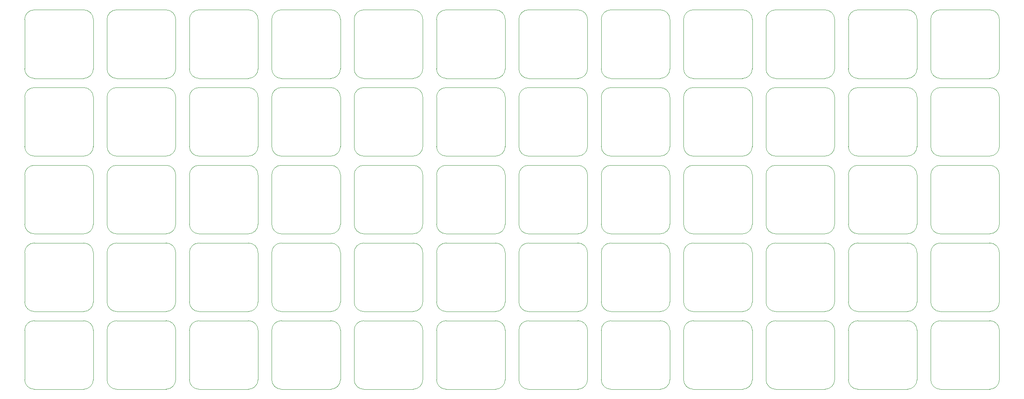
<source format=gto>
G04 #@! TF.GenerationSoftware,KiCad,Pcbnew,5.1.5+dfsg1-2build2*
G04 #@! TF.CreationDate,2021-05-19T21:40:19+02:00*
G04 #@! TF.ProjectId,ortholinear-keyboard,6f727468-6f6c-4696-9e65-61722d6b6579,rev?*
G04 #@! TF.SameCoordinates,Original*
G04 #@! TF.FileFunction,Legend,Top*
G04 #@! TF.FilePolarity,Positive*
%FSLAX46Y46*%
G04 Gerber Fmt 4.6, Leading zero omitted, Abs format (unit mm)*
G04 Created by KiCad (PCBNEW 5.1.5+dfsg1-2build2) date 2021-05-19 21:40:19*
%MOMM*%
%LPD*%
G04 APERTURE LIST*
%ADD10C,0.120000*%
G04 APERTURE END LIST*
D10*
X173500000Y-63400000D02*
G75*
G02X171400000Y-65500000I-2100000J0D01*
G01*
X160600000Y-65500000D02*
G75*
G02X158500000Y-63400000I0J2100000D01*
G01*
X158500000Y-52600000D02*
G75*
G02X160600000Y-50500000I2100000J0D01*
G01*
X171400000Y-50500000D02*
G75*
G02X173500000Y-52600000I0J-2100000D01*
G01*
X160600000Y-50500000D02*
X171400000Y-50500000D01*
X173500000Y-52600000D02*
X173500000Y-63400000D01*
X158500000Y-52600000D02*
X158500000Y-63400000D01*
X171400000Y-65500000D02*
X160600000Y-65500000D01*
X155500000Y-63400000D02*
G75*
G02X153400000Y-65500000I-2100000J0D01*
G01*
X142600000Y-65500000D02*
G75*
G02X140500000Y-63400000I0J2100000D01*
G01*
X140500000Y-52600000D02*
G75*
G02X142600000Y-50500000I2100000J0D01*
G01*
X153400000Y-50500000D02*
G75*
G02X155500000Y-52600000I0J-2100000D01*
G01*
X142600000Y-50500000D02*
X153400000Y-50500000D01*
X155500000Y-52600000D02*
X155500000Y-63400000D01*
X140500000Y-52600000D02*
X140500000Y-63400000D01*
X153400000Y-65500000D02*
X142600000Y-65500000D01*
X263500000Y-63400000D02*
G75*
G02X261400000Y-65500000I-2100000J0D01*
G01*
X250600000Y-65500000D02*
G75*
G02X248500000Y-63400000I0J2100000D01*
G01*
X248500000Y-52600000D02*
G75*
G02X250600000Y-50500000I2100000J0D01*
G01*
X261400000Y-50500000D02*
G75*
G02X263500000Y-52600000I0J-2100000D01*
G01*
X250600000Y-50500000D02*
X261400000Y-50500000D01*
X263500000Y-52600000D02*
X263500000Y-63400000D01*
X248500000Y-52600000D02*
X248500000Y-63400000D01*
X261400000Y-65500000D02*
X250600000Y-65500000D01*
X263500000Y-114400000D02*
G75*
G02X261400000Y-116500000I-2100000J0D01*
G01*
X250600000Y-116500000D02*
G75*
G02X248500000Y-114400000I0J2100000D01*
G01*
X248500000Y-103600000D02*
G75*
G02X250600000Y-101500000I2100000J0D01*
G01*
X261400000Y-101500000D02*
G75*
G02X263500000Y-103600000I0J-2100000D01*
G01*
X250600000Y-101500000D02*
X261400000Y-101500000D01*
X263500000Y-103600000D02*
X263500000Y-114400000D01*
X248500000Y-103600000D02*
X248500000Y-114400000D01*
X261400000Y-116500000D02*
X250600000Y-116500000D01*
X263500000Y-131400000D02*
G75*
G02X261400000Y-133500000I-2100000J0D01*
G01*
X250600000Y-133500000D02*
G75*
G02X248500000Y-131400000I0J2100000D01*
G01*
X248500000Y-120600000D02*
G75*
G02X250600000Y-118500000I2100000J0D01*
G01*
X261400000Y-118500000D02*
G75*
G02X263500000Y-120600000I0J-2100000D01*
G01*
X250600000Y-118500000D02*
X261400000Y-118500000D01*
X263500000Y-120600000D02*
X263500000Y-131400000D01*
X248500000Y-120600000D02*
X248500000Y-131400000D01*
X261400000Y-133500000D02*
X250600000Y-133500000D01*
X263500000Y-97400000D02*
G75*
G02X261400000Y-99500000I-2100000J0D01*
G01*
X250600000Y-99500000D02*
G75*
G02X248500000Y-97400000I0J2100000D01*
G01*
X248500000Y-86600000D02*
G75*
G02X250600000Y-84500000I2100000J0D01*
G01*
X261400000Y-84500000D02*
G75*
G02X263500000Y-86600000I0J-2100000D01*
G01*
X250600000Y-84500000D02*
X261400000Y-84500000D01*
X263500000Y-86600000D02*
X263500000Y-97400000D01*
X248500000Y-86600000D02*
X248500000Y-97400000D01*
X261400000Y-99500000D02*
X250600000Y-99500000D01*
X263500000Y-80400000D02*
G75*
G02X261400000Y-82500000I-2100000J0D01*
G01*
X250600000Y-82500000D02*
G75*
G02X248500000Y-80400000I0J2100000D01*
G01*
X248500000Y-69600000D02*
G75*
G02X250600000Y-67500000I2100000J0D01*
G01*
X261400000Y-67500000D02*
G75*
G02X263500000Y-69600000I0J-2100000D01*
G01*
X250600000Y-67500000D02*
X261400000Y-67500000D01*
X263500000Y-69600000D02*
X263500000Y-80400000D01*
X248500000Y-69600000D02*
X248500000Y-80400000D01*
X261400000Y-82500000D02*
X250600000Y-82500000D01*
X245500000Y-131400000D02*
G75*
G02X243400000Y-133500000I-2100000J0D01*
G01*
X232600000Y-133500000D02*
G75*
G02X230500000Y-131400000I0J2100000D01*
G01*
X230500000Y-120600000D02*
G75*
G02X232600000Y-118500000I2100000J0D01*
G01*
X243400000Y-118500000D02*
G75*
G02X245500000Y-120600000I0J-2100000D01*
G01*
X232600000Y-118500000D02*
X243400000Y-118500000D01*
X245500000Y-120600000D02*
X245500000Y-131400000D01*
X230500000Y-120600000D02*
X230500000Y-131400000D01*
X243400000Y-133500000D02*
X232600000Y-133500000D01*
X245500000Y-114400000D02*
G75*
G02X243400000Y-116500000I-2100000J0D01*
G01*
X232600000Y-116500000D02*
G75*
G02X230500000Y-114400000I0J2100000D01*
G01*
X230500000Y-103600000D02*
G75*
G02X232600000Y-101500000I2100000J0D01*
G01*
X243400000Y-101500000D02*
G75*
G02X245500000Y-103600000I0J-2100000D01*
G01*
X232600000Y-101500000D02*
X243400000Y-101500000D01*
X245500000Y-103600000D02*
X245500000Y-114400000D01*
X230500000Y-103600000D02*
X230500000Y-114400000D01*
X243400000Y-116500000D02*
X232600000Y-116500000D01*
X245500000Y-97400000D02*
G75*
G02X243400000Y-99500000I-2100000J0D01*
G01*
X232600000Y-99500000D02*
G75*
G02X230500000Y-97400000I0J2100000D01*
G01*
X230500000Y-86600000D02*
G75*
G02X232600000Y-84500000I2100000J0D01*
G01*
X243400000Y-84500000D02*
G75*
G02X245500000Y-86600000I0J-2100000D01*
G01*
X232600000Y-84500000D02*
X243400000Y-84500000D01*
X245500000Y-86600000D02*
X245500000Y-97400000D01*
X230500000Y-86600000D02*
X230500000Y-97400000D01*
X243400000Y-99500000D02*
X232600000Y-99500000D01*
X245500000Y-80400000D02*
G75*
G02X243400000Y-82500000I-2100000J0D01*
G01*
X232600000Y-82500000D02*
G75*
G02X230500000Y-80400000I0J2100000D01*
G01*
X230500000Y-69600000D02*
G75*
G02X232600000Y-67500000I2100000J0D01*
G01*
X243400000Y-67500000D02*
G75*
G02X245500000Y-69600000I0J-2100000D01*
G01*
X232600000Y-67500000D02*
X243400000Y-67500000D01*
X245500000Y-69600000D02*
X245500000Y-80400000D01*
X230500000Y-69600000D02*
X230500000Y-80400000D01*
X243400000Y-82500000D02*
X232600000Y-82500000D01*
X245500000Y-63400000D02*
G75*
G02X243400000Y-65500000I-2100000J0D01*
G01*
X232600000Y-65500000D02*
G75*
G02X230500000Y-63400000I0J2100000D01*
G01*
X230500000Y-52600000D02*
G75*
G02X232600000Y-50500000I2100000J0D01*
G01*
X243400000Y-50500000D02*
G75*
G02X245500000Y-52600000I0J-2100000D01*
G01*
X232600000Y-50500000D02*
X243400000Y-50500000D01*
X245500000Y-52600000D02*
X245500000Y-63400000D01*
X230500000Y-52600000D02*
X230500000Y-63400000D01*
X243400000Y-65500000D02*
X232600000Y-65500000D01*
X227500000Y-131400000D02*
G75*
G02X225400000Y-133500000I-2100000J0D01*
G01*
X214600000Y-133500000D02*
G75*
G02X212500000Y-131400000I0J2100000D01*
G01*
X212500000Y-120600000D02*
G75*
G02X214600000Y-118500000I2100000J0D01*
G01*
X225400000Y-118500000D02*
G75*
G02X227500000Y-120600000I0J-2100000D01*
G01*
X214600000Y-118500000D02*
X225400000Y-118500000D01*
X227500000Y-120600000D02*
X227500000Y-131400000D01*
X212500000Y-120600000D02*
X212500000Y-131400000D01*
X225400000Y-133500000D02*
X214600000Y-133500000D01*
X227500000Y-114400000D02*
G75*
G02X225400000Y-116500000I-2100000J0D01*
G01*
X214600000Y-116500000D02*
G75*
G02X212500000Y-114400000I0J2100000D01*
G01*
X212500000Y-103600000D02*
G75*
G02X214600000Y-101500000I2100000J0D01*
G01*
X225400000Y-101500000D02*
G75*
G02X227500000Y-103600000I0J-2100000D01*
G01*
X214600000Y-101500000D02*
X225400000Y-101500000D01*
X227500000Y-103600000D02*
X227500000Y-114400000D01*
X212500000Y-103600000D02*
X212500000Y-114400000D01*
X225400000Y-116500000D02*
X214600000Y-116500000D01*
X227500000Y-97400000D02*
G75*
G02X225400000Y-99500000I-2100000J0D01*
G01*
X214600000Y-99500000D02*
G75*
G02X212500000Y-97400000I0J2100000D01*
G01*
X212500000Y-86600000D02*
G75*
G02X214600000Y-84500000I2100000J0D01*
G01*
X225400000Y-84500000D02*
G75*
G02X227500000Y-86600000I0J-2100000D01*
G01*
X214600000Y-84500000D02*
X225400000Y-84500000D01*
X227500000Y-86600000D02*
X227500000Y-97400000D01*
X212500000Y-86600000D02*
X212500000Y-97400000D01*
X225400000Y-99500000D02*
X214600000Y-99500000D01*
X227500000Y-80400000D02*
G75*
G02X225400000Y-82500000I-2100000J0D01*
G01*
X214600000Y-82500000D02*
G75*
G02X212500000Y-80400000I0J2100000D01*
G01*
X212500000Y-69600000D02*
G75*
G02X214600000Y-67500000I2100000J0D01*
G01*
X225400000Y-67500000D02*
G75*
G02X227500000Y-69600000I0J-2100000D01*
G01*
X214600000Y-67500000D02*
X225400000Y-67500000D01*
X227500000Y-69600000D02*
X227500000Y-80400000D01*
X212500000Y-69600000D02*
X212500000Y-80400000D01*
X225400000Y-82500000D02*
X214600000Y-82500000D01*
X227500000Y-63400000D02*
G75*
G02X225400000Y-65500000I-2100000J0D01*
G01*
X214600000Y-65500000D02*
G75*
G02X212500000Y-63400000I0J2100000D01*
G01*
X212500000Y-52600000D02*
G75*
G02X214600000Y-50500000I2100000J0D01*
G01*
X225400000Y-50500000D02*
G75*
G02X227500000Y-52600000I0J-2100000D01*
G01*
X214600000Y-50500000D02*
X225400000Y-50500000D01*
X227500000Y-52600000D02*
X227500000Y-63400000D01*
X212500000Y-52600000D02*
X212500000Y-63400000D01*
X225400000Y-65500000D02*
X214600000Y-65500000D01*
X209500000Y-131400000D02*
G75*
G02X207400000Y-133500000I-2100000J0D01*
G01*
X196600000Y-133500000D02*
G75*
G02X194500000Y-131400000I0J2100000D01*
G01*
X194500000Y-120600000D02*
G75*
G02X196600000Y-118500000I2100000J0D01*
G01*
X207400000Y-118500000D02*
G75*
G02X209500000Y-120600000I0J-2100000D01*
G01*
X196600000Y-118500000D02*
X207400000Y-118500000D01*
X209500000Y-120600000D02*
X209500000Y-131400000D01*
X194500000Y-120600000D02*
X194500000Y-131400000D01*
X207400000Y-133500000D02*
X196600000Y-133500000D01*
X209500000Y-114400000D02*
G75*
G02X207400000Y-116500000I-2100000J0D01*
G01*
X196600000Y-116500000D02*
G75*
G02X194500000Y-114400000I0J2100000D01*
G01*
X194500000Y-103600000D02*
G75*
G02X196600000Y-101500000I2100000J0D01*
G01*
X207400000Y-101500000D02*
G75*
G02X209500000Y-103600000I0J-2100000D01*
G01*
X196600000Y-101500000D02*
X207400000Y-101500000D01*
X209500000Y-103600000D02*
X209500000Y-114400000D01*
X194500000Y-103600000D02*
X194500000Y-114400000D01*
X207400000Y-116500000D02*
X196600000Y-116500000D01*
X209500000Y-97400000D02*
G75*
G02X207400000Y-99500000I-2100000J0D01*
G01*
X196600000Y-99500000D02*
G75*
G02X194500000Y-97400000I0J2100000D01*
G01*
X194500000Y-86600000D02*
G75*
G02X196600000Y-84500000I2100000J0D01*
G01*
X207400000Y-84500000D02*
G75*
G02X209500000Y-86600000I0J-2100000D01*
G01*
X196600000Y-84500000D02*
X207400000Y-84500000D01*
X209500000Y-86600000D02*
X209500000Y-97400000D01*
X194500000Y-86600000D02*
X194500000Y-97400000D01*
X207400000Y-99500000D02*
X196600000Y-99500000D01*
X209500000Y-80400000D02*
G75*
G02X207400000Y-82500000I-2100000J0D01*
G01*
X196600000Y-82500000D02*
G75*
G02X194500000Y-80400000I0J2100000D01*
G01*
X194500000Y-69600000D02*
G75*
G02X196600000Y-67500000I2100000J0D01*
G01*
X207400000Y-67500000D02*
G75*
G02X209500000Y-69600000I0J-2100000D01*
G01*
X196600000Y-67500000D02*
X207400000Y-67500000D01*
X209500000Y-69600000D02*
X209500000Y-80400000D01*
X194500000Y-69600000D02*
X194500000Y-80400000D01*
X207400000Y-82500000D02*
X196600000Y-82500000D01*
X209500000Y-63400000D02*
G75*
G02X207400000Y-65500000I-2100000J0D01*
G01*
X196600000Y-65500000D02*
G75*
G02X194500000Y-63400000I0J2100000D01*
G01*
X194500000Y-52600000D02*
G75*
G02X196600000Y-50500000I2100000J0D01*
G01*
X207400000Y-50500000D02*
G75*
G02X209500000Y-52600000I0J-2100000D01*
G01*
X196600000Y-50500000D02*
X207400000Y-50500000D01*
X209500000Y-52600000D02*
X209500000Y-63400000D01*
X194500000Y-52600000D02*
X194500000Y-63400000D01*
X207400000Y-65500000D02*
X196600000Y-65500000D01*
X191500000Y-131400000D02*
G75*
G02X189400000Y-133500000I-2100000J0D01*
G01*
X178600000Y-133500000D02*
G75*
G02X176500000Y-131400000I0J2100000D01*
G01*
X176500000Y-120600000D02*
G75*
G02X178600000Y-118500000I2100000J0D01*
G01*
X189400000Y-118500000D02*
G75*
G02X191500000Y-120600000I0J-2100000D01*
G01*
X178600000Y-118500000D02*
X189400000Y-118500000D01*
X191500000Y-120600000D02*
X191500000Y-131400000D01*
X176500000Y-120600000D02*
X176500000Y-131400000D01*
X189400000Y-133500000D02*
X178600000Y-133500000D01*
X191500000Y-114400000D02*
G75*
G02X189400000Y-116500000I-2100000J0D01*
G01*
X178600000Y-116500000D02*
G75*
G02X176500000Y-114400000I0J2100000D01*
G01*
X176500000Y-103600000D02*
G75*
G02X178600000Y-101500000I2100000J0D01*
G01*
X189400000Y-101500000D02*
G75*
G02X191500000Y-103600000I0J-2100000D01*
G01*
X178600000Y-101500000D02*
X189400000Y-101500000D01*
X191500000Y-103600000D02*
X191500000Y-114400000D01*
X176500000Y-103600000D02*
X176500000Y-114400000D01*
X189400000Y-116500000D02*
X178600000Y-116500000D01*
X191500000Y-97400000D02*
G75*
G02X189400000Y-99500000I-2100000J0D01*
G01*
X178600000Y-99500000D02*
G75*
G02X176500000Y-97400000I0J2100000D01*
G01*
X176500000Y-86600000D02*
G75*
G02X178600000Y-84500000I2100000J0D01*
G01*
X189400000Y-84500000D02*
G75*
G02X191500000Y-86600000I0J-2100000D01*
G01*
X178600000Y-84500000D02*
X189400000Y-84500000D01*
X191500000Y-86600000D02*
X191500000Y-97400000D01*
X176500000Y-86600000D02*
X176500000Y-97400000D01*
X189400000Y-99500000D02*
X178600000Y-99500000D01*
X191500000Y-80400000D02*
G75*
G02X189400000Y-82500000I-2100000J0D01*
G01*
X178600000Y-82500000D02*
G75*
G02X176500000Y-80400000I0J2100000D01*
G01*
X176500000Y-69600000D02*
G75*
G02X178600000Y-67500000I2100000J0D01*
G01*
X189400000Y-67500000D02*
G75*
G02X191500000Y-69600000I0J-2100000D01*
G01*
X178600000Y-67500000D02*
X189400000Y-67500000D01*
X191500000Y-69600000D02*
X191500000Y-80400000D01*
X176500000Y-69600000D02*
X176500000Y-80400000D01*
X189400000Y-82500000D02*
X178600000Y-82500000D01*
X191500000Y-63400000D02*
G75*
G02X189400000Y-65500000I-2100000J0D01*
G01*
X178600000Y-65500000D02*
G75*
G02X176500000Y-63400000I0J2100000D01*
G01*
X176500000Y-52600000D02*
G75*
G02X178600000Y-50500000I2100000J0D01*
G01*
X189400000Y-50500000D02*
G75*
G02X191500000Y-52600000I0J-2100000D01*
G01*
X178600000Y-50500000D02*
X189400000Y-50500000D01*
X191500000Y-52600000D02*
X191500000Y-63400000D01*
X176500000Y-52600000D02*
X176500000Y-63400000D01*
X189400000Y-65500000D02*
X178600000Y-65500000D01*
X173500000Y-131400000D02*
G75*
G02X171400000Y-133500000I-2100000J0D01*
G01*
X160600000Y-133500000D02*
G75*
G02X158500000Y-131400000I0J2100000D01*
G01*
X158500000Y-120600000D02*
G75*
G02X160600000Y-118500000I2100000J0D01*
G01*
X171400000Y-118500000D02*
G75*
G02X173500000Y-120600000I0J-2100000D01*
G01*
X160600000Y-118500000D02*
X171400000Y-118500000D01*
X173500000Y-120600000D02*
X173500000Y-131400000D01*
X158500000Y-120600000D02*
X158500000Y-131400000D01*
X171400000Y-133500000D02*
X160600000Y-133500000D01*
X173500000Y-114400000D02*
G75*
G02X171400000Y-116500000I-2100000J0D01*
G01*
X160600000Y-116500000D02*
G75*
G02X158500000Y-114400000I0J2100000D01*
G01*
X158500000Y-103600000D02*
G75*
G02X160600000Y-101500000I2100000J0D01*
G01*
X171400000Y-101500000D02*
G75*
G02X173500000Y-103600000I0J-2100000D01*
G01*
X160600000Y-101500000D02*
X171400000Y-101500000D01*
X173500000Y-103600000D02*
X173500000Y-114400000D01*
X158500000Y-103600000D02*
X158500000Y-114400000D01*
X171400000Y-116500000D02*
X160600000Y-116500000D01*
X173500000Y-97400000D02*
G75*
G02X171400000Y-99500000I-2100000J0D01*
G01*
X160600000Y-99500000D02*
G75*
G02X158500000Y-97400000I0J2100000D01*
G01*
X158500000Y-86600000D02*
G75*
G02X160600000Y-84500000I2100000J0D01*
G01*
X171400000Y-84500000D02*
G75*
G02X173500000Y-86600000I0J-2100000D01*
G01*
X160600000Y-84500000D02*
X171400000Y-84500000D01*
X173500000Y-86600000D02*
X173500000Y-97400000D01*
X158500000Y-86600000D02*
X158500000Y-97400000D01*
X171400000Y-99500000D02*
X160600000Y-99500000D01*
X173500000Y-80400000D02*
G75*
G02X171400000Y-82500000I-2100000J0D01*
G01*
X160600000Y-82500000D02*
G75*
G02X158500000Y-80400000I0J2100000D01*
G01*
X158500000Y-69600000D02*
G75*
G02X160600000Y-67500000I2100000J0D01*
G01*
X171400000Y-67500000D02*
G75*
G02X173500000Y-69600000I0J-2100000D01*
G01*
X160600000Y-67500000D02*
X171400000Y-67500000D01*
X173500000Y-69600000D02*
X173500000Y-80400000D01*
X158500000Y-69600000D02*
X158500000Y-80400000D01*
X171400000Y-82500000D02*
X160600000Y-82500000D01*
X155500000Y-131400000D02*
G75*
G02X153400000Y-133500000I-2100000J0D01*
G01*
X142600000Y-133500000D02*
G75*
G02X140500000Y-131400000I0J2100000D01*
G01*
X140500000Y-120600000D02*
G75*
G02X142600000Y-118500000I2100000J0D01*
G01*
X153400000Y-118500000D02*
G75*
G02X155500000Y-120600000I0J-2100000D01*
G01*
X142600000Y-118500000D02*
X153400000Y-118500000D01*
X155500000Y-120600000D02*
X155500000Y-131400000D01*
X140500000Y-120600000D02*
X140500000Y-131400000D01*
X153400000Y-133500000D02*
X142600000Y-133500000D01*
X155500000Y-114400000D02*
G75*
G02X153400000Y-116500000I-2100000J0D01*
G01*
X142600000Y-116500000D02*
G75*
G02X140500000Y-114400000I0J2100000D01*
G01*
X140500000Y-103600000D02*
G75*
G02X142600000Y-101500000I2100000J0D01*
G01*
X153400000Y-101500000D02*
G75*
G02X155500000Y-103600000I0J-2100000D01*
G01*
X142600000Y-101500000D02*
X153400000Y-101500000D01*
X155500000Y-103600000D02*
X155500000Y-114400000D01*
X140500000Y-103600000D02*
X140500000Y-114400000D01*
X153400000Y-116500000D02*
X142600000Y-116500000D01*
X155500000Y-97400000D02*
G75*
G02X153400000Y-99500000I-2100000J0D01*
G01*
X142600000Y-99500000D02*
G75*
G02X140500000Y-97400000I0J2100000D01*
G01*
X140500000Y-86600000D02*
G75*
G02X142600000Y-84500000I2100000J0D01*
G01*
X153400000Y-84500000D02*
G75*
G02X155500000Y-86600000I0J-2100000D01*
G01*
X142600000Y-84500000D02*
X153400000Y-84500000D01*
X155500000Y-86600000D02*
X155500000Y-97400000D01*
X140500000Y-86600000D02*
X140500000Y-97400000D01*
X153400000Y-99500000D02*
X142600000Y-99500000D01*
X155500000Y-80400000D02*
G75*
G02X153400000Y-82500000I-2100000J0D01*
G01*
X142600000Y-82500000D02*
G75*
G02X140500000Y-80400000I0J2100000D01*
G01*
X140500000Y-69600000D02*
G75*
G02X142600000Y-67500000I2100000J0D01*
G01*
X153400000Y-67500000D02*
G75*
G02X155500000Y-69600000I0J-2100000D01*
G01*
X142600000Y-67500000D02*
X153400000Y-67500000D01*
X155500000Y-69600000D02*
X155500000Y-80400000D01*
X140500000Y-69600000D02*
X140500000Y-80400000D01*
X153400000Y-82500000D02*
X142600000Y-82500000D01*
X137500000Y-131400000D02*
G75*
G02X135400000Y-133500000I-2100000J0D01*
G01*
X124600000Y-133500000D02*
G75*
G02X122500000Y-131400000I0J2100000D01*
G01*
X122500000Y-120600000D02*
G75*
G02X124600000Y-118500000I2100000J0D01*
G01*
X135400000Y-118500000D02*
G75*
G02X137500000Y-120600000I0J-2100000D01*
G01*
X124600000Y-118500000D02*
X135400000Y-118500000D01*
X137500000Y-120600000D02*
X137500000Y-131400000D01*
X122500000Y-120600000D02*
X122500000Y-131400000D01*
X135400000Y-133500000D02*
X124600000Y-133500000D01*
X137500000Y-114400000D02*
G75*
G02X135400000Y-116500000I-2100000J0D01*
G01*
X124600000Y-116500000D02*
G75*
G02X122500000Y-114400000I0J2100000D01*
G01*
X122500000Y-103600000D02*
G75*
G02X124600000Y-101500000I2100000J0D01*
G01*
X135400000Y-101500000D02*
G75*
G02X137500000Y-103600000I0J-2100000D01*
G01*
X124600000Y-101500000D02*
X135400000Y-101500000D01*
X137500000Y-103600000D02*
X137500000Y-114400000D01*
X122500000Y-103600000D02*
X122500000Y-114400000D01*
X135400000Y-116500000D02*
X124600000Y-116500000D01*
X137500000Y-97400000D02*
G75*
G02X135400000Y-99500000I-2100000J0D01*
G01*
X124600000Y-99500000D02*
G75*
G02X122500000Y-97400000I0J2100000D01*
G01*
X122500000Y-86600000D02*
G75*
G02X124600000Y-84500000I2100000J0D01*
G01*
X135400000Y-84500000D02*
G75*
G02X137500000Y-86600000I0J-2100000D01*
G01*
X124600000Y-84500000D02*
X135400000Y-84500000D01*
X137500000Y-86600000D02*
X137500000Y-97400000D01*
X122500000Y-86600000D02*
X122500000Y-97400000D01*
X135400000Y-99500000D02*
X124600000Y-99500000D01*
X137500000Y-80400000D02*
G75*
G02X135400000Y-82500000I-2100000J0D01*
G01*
X124600000Y-82500000D02*
G75*
G02X122500000Y-80400000I0J2100000D01*
G01*
X122500000Y-69600000D02*
G75*
G02X124600000Y-67500000I2100000J0D01*
G01*
X135400000Y-67500000D02*
G75*
G02X137500000Y-69600000I0J-2100000D01*
G01*
X124600000Y-67500000D02*
X135400000Y-67500000D01*
X137500000Y-69600000D02*
X137500000Y-80400000D01*
X122500000Y-69600000D02*
X122500000Y-80400000D01*
X135400000Y-82500000D02*
X124600000Y-82500000D01*
X137500000Y-63400000D02*
G75*
G02X135400000Y-65500000I-2100000J0D01*
G01*
X124600000Y-65500000D02*
G75*
G02X122500000Y-63400000I0J2100000D01*
G01*
X122500000Y-52600000D02*
G75*
G02X124600000Y-50500000I2100000J0D01*
G01*
X135400000Y-50500000D02*
G75*
G02X137500000Y-52600000I0J-2100000D01*
G01*
X124600000Y-50500000D02*
X135400000Y-50500000D01*
X137500000Y-52600000D02*
X137500000Y-63400000D01*
X122500000Y-52600000D02*
X122500000Y-63400000D01*
X135400000Y-65500000D02*
X124600000Y-65500000D01*
X119500000Y-131400000D02*
G75*
G02X117400000Y-133500000I-2100000J0D01*
G01*
X106600000Y-133500000D02*
G75*
G02X104500000Y-131400000I0J2100000D01*
G01*
X104500000Y-120600000D02*
G75*
G02X106600000Y-118500000I2100000J0D01*
G01*
X117400000Y-118500000D02*
G75*
G02X119500000Y-120600000I0J-2100000D01*
G01*
X106600000Y-118500000D02*
X117400000Y-118500000D01*
X119500000Y-120600000D02*
X119500000Y-131400000D01*
X104500000Y-120600000D02*
X104500000Y-131400000D01*
X117400000Y-133500000D02*
X106600000Y-133500000D01*
X119500000Y-114400000D02*
G75*
G02X117400000Y-116500000I-2100000J0D01*
G01*
X106600000Y-116500000D02*
G75*
G02X104500000Y-114400000I0J2100000D01*
G01*
X104500000Y-103600000D02*
G75*
G02X106600000Y-101500000I2100000J0D01*
G01*
X117400000Y-101500000D02*
G75*
G02X119500000Y-103600000I0J-2100000D01*
G01*
X106600000Y-101500000D02*
X117400000Y-101500000D01*
X119500000Y-103600000D02*
X119500000Y-114400000D01*
X104500000Y-103600000D02*
X104500000Y-114400000D01*
X117400000Y-116500000D02*
X106600000Y-116500000D01*
X119500000Y-97400000D02*
G75*
G02X117400000Y-99500000I-2100000J0D01*
G01*
X106600000Y-99500000D02*
G75*
G02X104500000Y-97400000I0J2100000D01*
G01*
X104500000Y-86600000D02*
G75*
G02X106600000Y-84500000I2100000J0D01*
G01*
X117400000Y-84500000D02*
G75*
G02X119500000Y-86600000I0J-2100000D01*
G01*
X106600000Y-84500000D02*
X117400000Y-84500000D01*
X119500000Y-86600000D02*
X119500000Y-97400000D01*
X104500000Y-86600000D02*
X104500000Y-97400000D01*
X117400000Y-99500000D02*
X106600000Y-99500000D01*
X119500000Y-80400000D02*
G75*
G02X117400000Y-82500000I-2100000J0D01*
G01*
X106600000Y-82500000D02*
G75*
G02X104500000Y-80400000I0J2100000D01*
G01*
X104500000Y-69600000D02*
G75*
G02X106600000Y-67500000I2100000J0D01*
G01*
X117400000Y-67500000D02*
G75*
G02X119500000Y-69600000I0J-2100000D01*
G01*
X106600000Y-67500000D02*
X117400000Y-67500000D01*
X119500000Y-69600000D02*
X119500000Y-80400000D01*
X104500000Y-69600000D02*
X104500000Y-80400000D01*
X117400000Y-82500000D02*
X106600000Y-82500000D01*
X119500000Y-63400000D02*
G75*
G02X117400000Y-65500000I-2100000J0D01*
G01*
X106600000Y-65500000D02*
G75*
G02X104500000Y-63400000I0J2100000D01*
G01*
X104500000Y-52600000D02*
G75*
G02X106600000Y-50500000I2100000J0D01*
G01*
X117400000Y-50500000D02*
G75*
G02X119500000Y-52600000I0J-2100000D01*
G01*
X106600000Y-50500000D02*
X117400000Y-50500000D01*
X119500000Y-52600000D02*
X119500000Y-63400000D01*
X104500000Y-52600000D02*
X104500000Y-63400000D01*
X117400000Y-65500000D02*
X106600000Y-65500000D01*
X101500000Y-131400000D02*
G75*
G02X99400000Y-133500000I-2100000J0D01*
G01*
X88600000Y-133500000D02*
G75*
G02X86500000Y-131400000I0J2100000D01*
G01*
X86500000Y-120600000D02*
G75*
G02X88600000Y-118500000I2100000J0D01*
G01*
X99400000Y-118500000D02*
G75*
G02X101500000Y-120600000I0J-2100000D01*
G01*
X88600000Y-118500000D02*
X99400000Y-118500000D01*
X101500000Y-120600000D02*
X101500000Y-131400000D01*
X86500000Y-120600000D02*
X86500000Y-131400000D01*
X99400000Y-133500000D02*
X88600000Y-133500000D01*
X101500000Y-114400000D02*
G75*
G02X99400000Y-116500000I-2100000J0D01*
G01*
X88600000Y-116500000D02*
G75*
G02X86500000Y-114400000I0J2100000D01*
G01*
X86500000Y-103600000D02*
G75*
G02X88600000Y-101500000I2100000J0D01*
G01*
X99400000Y-101500000D02*
G75*
G02X101500000Y-103600000I0J-2100000D01*
G01*
X88600000Y-101500000D02*
X99400000Y-101500000D01*
X101500000Y-103600000D02*
X101500000Y-114400000D01*
X86500000Y-103600000D02*
X86500000Y-114400000D01*
X99400000Y-116500000D02*
X88600000Y-116500000D01*
X101500000Y-97400000D02*
G75*
G02X99400000Y-99500000I-2100000J0D01*
G01*
X88600000Y-99500000D02*
G75*
G02X86500000Y-97400000I0J2100000D01*
G01*
X86500000Y-86600000D02*
G75*
G02X88600000Y-84500000I2100000J0D01*
G01*
X99400000Y-84500000D02*
G75*
G02X101500000Y-86600000I0J-2100000D01*
G01*
X88600000Y-84500000D02*
X99400000Y-84500000D01*
X101500000Y-86600000D02*
X101500000Y-97400000D01*
X86500000Y-86600000D02*
X86500000Y-97400000D01*
X99400000Y-99500000D02*
X88600000Y-99500000D01*
X101500000Y-80400000D02*
G75*
G02X99400000Y-82500000I-2100000J0D01*
G01*
X88600000Y-82500000D02*
G75*
G02X86500000Y-80400000I0J2100000D01*
G01*
X86500000Y-69600000D02*
G75*
G02X88600000Y-67500000I2100000J0D01*
G01*
X99400000Y-67500000D02*
G75*
G02X101500000Y-69600000I0J-2100000D01*
G01*
X88600000Y-67500000D02*
X99400000Y-67500000D01*
X101500000Y-69600000D02*
X101500000Y-80400000D01*
X86500000Y-69600000D02*
X86500000Y-80400000D01*
X99400000Y-82500000D02*
X88600000Y-82500000D01*
X101500000Y-63400000D02*
G75*
G02X99400000Y-65500000I-2100000J0D01*
G01*
X88600000Y-65500000D02*
G75*
G02X86500000Y-63400000I0J2100000D01*
G01*
X86500000Y-52600000D02*
G75*
G02X88600000Y-50500000I2100000J0D01*
G01*
X99400000Y-50500000D02*
G75*
G02X101500000Y-52600000I0J-2100000D01*
G01*
X88600000Y-50500000D02*
X99400000Y-50500000D01*
X101500000Y-52600000D02*
X101500000Y-63400000D01*
X86500000Y-52600000D02*
X86500000Y-63400000D01*
X99400000Y-65500000D02*
X88600000Y-65500000D01*
X83500000Y-131400000D02*
G75*
G02X81400000Y-133500000I-2100000J0D01*
G01*
X70600000Y-133500000D02*
G75*
G02X68500000Y-131400000I0J2100000D01*
G01*
X68500000Y-120600000D02*
G75*
G02X70600000Y-118500000I2100000J0D01*
G01*
X81400000Y-118500000D02*
G75*
G02X83500000Y-120600000I0J-2100000D01*
G01*
X70600000Y-118500000D02*
X81400000Y-118500000D01*
X83500000Y-120600000D02*
X83500000Y-131400000D01*
X68500000Y-120600000D02*
X68500000Y-131400000D01*
X81400000Y-133500000D02*
X70600000Y-133500000D01*
X83500000Y-114400000D02*
G75*
G02X81400000Y-116500000I-2100000J0D01*
G01*
X70600000Y-116500000D02*
G75*
G02X68500000Y-114400000I0J2100000D01*
G01*
X68500000Y-103600000D02*
G75*
G02X70600000Y-101500000I2100000J0D01*
G01*
X81400000Y-101500000D02*
G75*
G02X83500000Y-103600000I0J-2100000D01*
G01*
X70600000Y-101500000D02*
X81400000Y-101500000D01*
X83500000Y-103600000D02*
X83500000Y-114400000D01*
X68500000Y-103600000D02*
X68500000Y-114400000D01*
X81400000Y-116500000D02*
X70600000Y-116500000D01*
X83500000Y-97400000D02*
G75*
G02X81400000Y-99500000I-2100000J0D01*
G01*
X70600000Y-99500000D02*
G75*
G02X68500000Y-97400000I0J2100000D01*
G01*
X68500000Y-86600000D02*
G75*
G02X70600000Y-84500000I2100000J0D01*
G01*
X81400000Y-84500000D02*
G75*
G02X83500000Y-86600000I0J-2100000D01*
G01*
X70600000Y-84500000D02*
X81400000Y-84500000D01*
X83500000Y-86600000D02*
X83500000Y-97400000D01*
X68500000Y-86600000D02*
X68500000Y-97400000D01*
X81400000Y-99500000D02*
X70600000Y-99500000D01*
X83500000Y-80400000D02*
G75*
G02X81400000Y-82500000I-2100000J0D01*
G01*
X70600000Y-82500000D02*
G75*
G02X68500000Y-80400000I0J2100000D01*
G01*
X68500000Y-69600000D02*
G75*
G02X70600000Y-67500000I2100000J0D01*
G01*
X81400000Y-67500000D02*
G75*
G02X83500000Y-69600000I0J-2100000D01*
G01*
X70600000Y-67500000D02*
X81400000Y-67500000D01*
X83500000Y-69600000D02*
X83500000Y-80400000D01*
X68500000Y-69600000D02*
X68500000Y-80400000D01*
X81400000Y-82500000D02*
X70600000Y-82500000D01*
X83500000Y-63400000D02*
G75*
G02X81400000Y-65500000I-2100000J0D01*
G01*
X70600000Y-65500000D02*
G75*
G02X68500000Y-63400000I0J2100000D01*
G01*
X68500000Y-52600000D02*
G75*
G02X70600000Y-50500000I2100000J0D01*
G01*
X81400000Y-50500000D02*
G75*
G02X83500000Y-52600000I0J-2100000D01*
G01*
X70600000Y-50500000D02*
X81400000Y-50500000D01*
X83500000Y-52600000D02*
X83500000Y-63400000D01*
X68500000Y-52600000D02*
X68500000Y-63400000D01*
X81400000Y-65500000D02*
X70600000Y-65500000D01*
X65500000Y-131400000D02*
G75*
G02X63400000Y-133500000I-2100000J0D01*
G01*
X52600000Y-133500000D02*
G75*
G02X50500000Y-131400000I0J2100000D01*
G01*
X50500000Y-120600000D02*
G75*
G02X52600000Y-118500000I2100000J0D01*
G01*
X63400000Y-118500000D02*
G75*
G02X65500000Y-120600000I0J-2100000D01*
G01*
X52600000Y-118500000D02*
X63400000Y-118500000D01*
X65500000Y-120600000D02*
X65500000Y-131400000D01*
X50500000Y-120600000D02*
X50500000Y-131400000D01*
X63400000Y-133500000D02*
X52600000Y-133500000D01*
X65500000Y-114400000D02*
G75*
G02X63400000Y-116500000I-2100000J0D01*
G01*
X52600000Y-116500000D02*
G75*
G02X50500000Y-114400000I0J2100000D01*
G01*
X50500000Y-103600000D02*
G75*
G02X52600000Y-101500000I2100000J0D01*
G01*
X63400000Y-101500000D02*
G75*
G02X65500000Y-103600000I0J-2100000D01*
G01*
X52600000Y-101500000D02*
X63400000Y-101500000D01*
X65500000Y-103600000D02*
X65500000Y-114400000D01*
X50500000Y-103600000D02*
X50500000Y-114400000D01*
X63400000Y-116500000D02*
X52600000Y-116500000D01*
X65500000Y-97400000D02*
G75*
G02X63400000Y-99500000I-2100000J0D01*
G01*
X52600000Y-99500000D02*
G75*
G02X50500000Y-97400000I0J2100000D01*
G01*
X50500000Y-86600000D02*
G75*
G02X52600000Y-84500000I2100000J0D01*
G01*
X63400000Y-84500000D02*
G75*
G02X65500000Y-86600000I0J-2100000D01*
G01*
X52600000Y-84500000D02*
X63400000Y-84500000D01*
X65500000Y-86600000D02*
X65500000Y-97400000D01*
X50500000Y-86600000D02*
X50500000Y-97400000D01*
X63400000Y-99500000D02*
X52600000Y-99500000D01*
X65500000Y-80400000D02*
G75*
G02X63400000Y-82500000I-2100000J0D01*
G01*
X52600000Y-82500000D02*
G75*
G02X50500000Y-80400000I0J2100000D01*
G01*
X50500000Y-69600000D02*
G75*
G02X52600000Y-67500000I2100000J0D01*
G01*
X63400000Y-67500000D02*
G75*
G02X65500000Y-69600000I0J-2100000D01*
G01*
X52600000Y-67500000D02*
X63400000Y-67500000D01*
X65500000Y-69600000D02*
X65500000Y-80400000D01*
X50500000Y-69600000D02*
X50500000Y-80400000D01*
X63400000Y-82500000D02*
X52600000Y-82500000D01*
X65500000Y-63400000D02*
G75*
G02X63400000Y-65500000I-2100000J0D01*
G01*
X52600000Y-65500000D02*
G75*
G02X50500000Y-63400000I0J2100000D01*
G01*
X50500000Y-52600000D02*
G75*
G02X52600000Y-50500000I2100000J0D01*
G01*
X63400000Y-50500000D02*
G75*
G02X65500000Y-52600000I0J-2100000D01*
G01*
X52600000Y-50500000D02*
X63400000Y-50500000D01*
X65500000Y-52600000D02*
X65500000Y-63400000D01*
X50500000Y-52600000D02*
X50500000Y-63400000D01*
X63400000Y-65500000D02*
X52600000Y-65500000D01*
M02*

</source>
